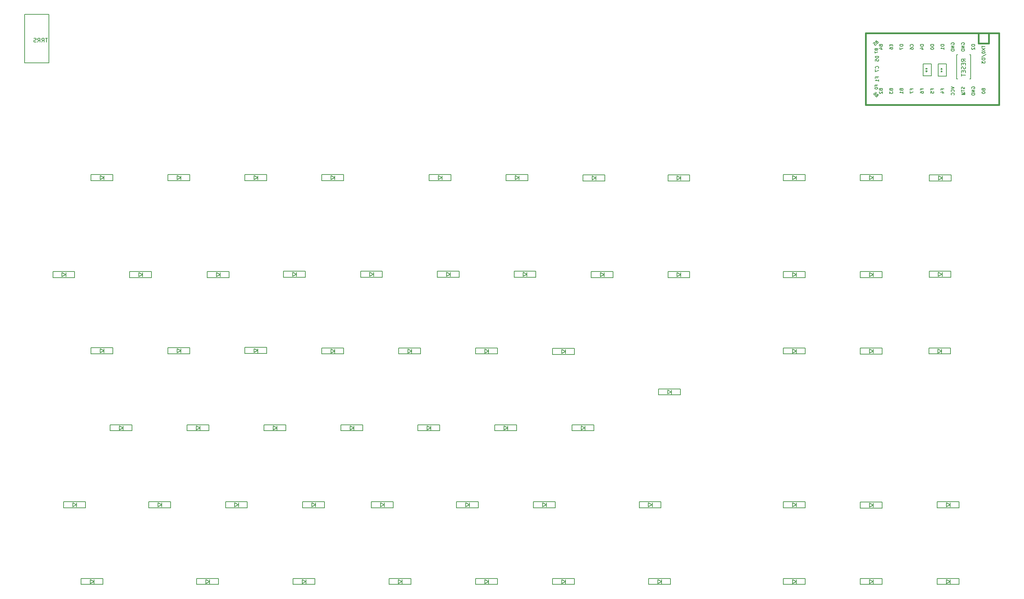
<source format=gbo>
G04 #@! TF.GenerationSoftware,KiCad,Pcbnew,(5.1.8)-1*
G04 #@! TF.CreationDate,2020-12-08T19:37:40+09:00*
G04 #@! TF.ProjectId,keyboard-layouter-playground,6b657962-6f61-4726-942d-6c61796f7574,rev?*
G04 #@! TF.SameCoordinates,Original*
G04 #@! TF.FileFunction,Legend,Bot*
G04 #@! TF.FilePolarity,Positive*
%FSLAX46Y46*%
G04 Gerber Fmt 4.6, Leading zero omitted, Abs format (unit mm)*
G04 Created by KiCad (PCBNEW (5.1.8)-1) date 2020-12-08 19:37:40*
%MOMM*%
%LPD*%
G01*
G04 APERTURE LIST*
%ADD10C,0.381000*%
%ADD11C,0.150000*%
G04 APERTURE END LIST*
D10*
X253700000Y-103150000D02*
X253700000Y-100610000D01*
X256240000Y-103150000D02*
X253700000Y-103150000D01*
D11*
G36*
X249950970Y-115544635D02*
G01*
X249850970Y-115544635D01*
X249850970Y-115644635D01*
X249950970Y-115644635D01*
X249950970Y-115544635D01*
G37*
X249950970Y-115544635D02*
X249850970Y-115544635D01*
X249850970Y-115644635D01*
X249950970Y-115644635D01*
X249950970Y-115544635D01*
G36*
X250350970Y-115744635D02*
G01*
X249550970Y-115744635D01*
X249550970Y-115844635D01*
X250350970Y-115844635D01*
X250350970Y-115744635D01*
G37*
X250350970Y-115744635D02*
X249550970Y-115744635D01*
X249550970Y-115844635D01*
X250350970Y-115844635D01*
X250350970Y-115744635D01*
G36*
X249750970Y-115344635D02*
G01*
X249550970Y-115344635D01*
X249550970Y-115444635D01*
X249750970Y-115444635D01*
X249750970Y-115344635D01*
G37*
X249750970Y-115344635D02*
X249550970Y-115344635D01*
X249550970Y-115444635D01*
X249750970Y-115444635D01*
X249750970Y-115344635D01*
G36*
X250350970Y-115344635D02*
G01*
X250050970Y-115344635D01*
X250050970Y-115444635D01*
X250350970Y-115444635D01*
X250350970Y-115344635D01*
G37*
X250350970Y-115344635D02*
X250050970Y-115344635D01*
X250050970Y-115444635D01*
X250350970Y-115444635D01*
X250350970Y-115344635D01*
G36*
X250350970Y-115344635D02*
G01*
X250250970Y-115344635D01*
X250250970Y-115844635D01*
X250350970Y-115844635D01*
X250350970Y-115344635D01*
G37*
X250350970Y-115344635D02*
X250250970Y-115344635D01*
X250250970Y-115844635D01*
X250350970Y-115844635D01*
X250350970Y-115344635D01*
D10*
X225760000Y-118390000D02*
X258780000Y-118390000D01*
X225760000Y-100610000D02*
X225760000Y-118390000D01*
X258780000Y-100610000D02*
X225760000Y-100610000D01*
X258780000Y-118390000D02*
X258780000Y-100610000D01*
X256240000Y-103150000D02*
X256240000Y-100610000D01*
D11*
X248500000Y-112000000D02*
X248250000Y-112000000D01*
X248250000Y-112000000D02*
X248250000Y-106000000D01*
X248250000Y-106000000D02*
X248500000Y-106000000D01*
X251500000Y-106000000D02*
X251750000Y-106000000D01*
X251750000Y-106000000D02*
X251750000Y-112000000D01*
X251750000Y-112000000D02*
X251500000Y-112000000D01*
X245750000Y-108290000D02*
X245750000Y-111290000D01*
X245750000Y-111290000D02*
X243750000Y-111290000D01*
X243750000Y-111290000D02*
X243750000Y-108290000D01*
X243750000Y-108290000D02*
X245750000Y-108290000D01*
X242000000Y-108250000D02*
X242000000Y-111250000D01*
X242000000Y-111250000D02*
X240000000Y-111250000D01*
X240000000Y-111250000D02*
X240000000Y-108250000D01*
X240000000Y-108250000D02*
X242000000Y-108250000D01*
X17500000Y-108000000D02*
X17500000Y-96000000D01*
X23500000Y-108000000D02*
X17500000Y-108000000D01*
X23500000Y-96000000D02*
X23500000Y-108000000D01*
X17500000Y-96000000D02*
X23500000Y-96000000D01*
X177602400Y-189574600D02*
X176702400Y-190074600D01*
X176702400Y-190074600D02*
X176702400Y-189074600D01*
X176702400Y-189074600D02*
X177602400Y-189574600D01*
X177646900Y-189089460D02*
X177646900Y-190089460D01*
X179833820Y-188811900D02*
X174433820Y-188811900D01*
X174433820Y-188811900D02*
X174433820Y-190311900D01*
X174433820Y-190311900D02*
X179833820Y-190311900D01*
X179833820Y-190311900D02*
X179833820Y-188811900D01*
X34652400Y-236574600D02*
X33752400Y-237074600D01*
X33752400Y-237074600D02*
X33752400Y-236074600D01*
X33752400Y-236074600D02*
X34652400Y-236574600D01*
X34696900Y-236089460D02*
X34696900Y-237089460D01*
X36883820Y-235811900D02*
X31483820Y-235811900D01*
X31483820Y-235811900D02*
X31483820Y-237311900D01*
X31483820Y-237311900D02*
X36883820Y-237311900D01*
X36883820Y-237311900D02*
X36883820Y-235811900D01*
X172852400Y-217574600D02*
X171952400Y-218074600D01*
X171952400Y-218074600D02*
X171952400Y-217074600D01*
X171952400Y-217074600D02*
X172852400Y-217574600D01*
X172896900Y-217089460D02*
X172896900Y-218089460D01*
X175083820Y-216811900D02*
X169683820Y-216811900D01*
X169683820Y-216811900D02*
X169683820Y-218311900D01*
X169683820Y-218311900D02*
X175083820Y-218311900D01*
X175083820Y-218311900D02*
X175083820Y-216811900D01*
X175202400Y-236574600D02*
X174302400Y-237074600D01*
X174302400Y-237074600D02*
X174302400Y-236074600D01*
X174302400Y-236074600D02*
X175202400Y-236574600D01*
X175246900Y-236089460D02*
X175246900Y-237089460D01*
X177433820Y-235811900D02*
X172033820Y-235811900D01*
X172033820Y-235811900D02*
X172033820Y-237311900D01*
X172033820Y-237311900D02*
X177433820Y-237311900D01*
X177433820Y-237311900D02*
X177433820Y-235811900D01*
X110902400Y-236574600D02*
X110002400Y-237074600D01*
X110002400Y-237074600D02*
X110002400Y-236074600D01*
X110002400Y-236074600D02*
X110902400Y-236574600D01*
X110946900Y-236089460D02*
X110946900Y-237089460D01*
X113133820Y-235811900D02*
X107733820Y-235811900D01*
X107733820Y-235811900D02*
X107733820Y-237311900D01*
X107733820Y-237311900D02*
X113133820Y-237311900D01*
X113133820Y-237311900D02*
X113133820Y-235811900D01*
X87102400Y-236574600D02*
X86202400Y-237074600D01*
X86202400Y-237074600D02*
X86202400Y-236074600D01*
X86202400Y-236074600D02*
X87102400Y-236574600D01*
X87146900Y-236089460D02*
X87146900Y-237089460D01*
X89333820Y-235811900D02*
X83933820Y-235811900D01*
X83933820Y-235811900D02*
X83933820Y-237311900D01*
X83933820Y-237311900D02*
X89333820Y-237311900D01*
X89333820Y-237311900D02*
X89333820Y-235811900D01*
X63252400Y-236574600D02*
X62352400Y-237074600D01*
X62352400Y-237074600D02*
X62352400Y-236074600D01*
X62352400Y-236074600D02*
X63252400Y-236574600D01*
X63296900Y-236089460D02*
X63296900Y-237089460D01*
X65483820Y-235811900D02*
X60083820Y-235811900D01*
X60083820Y-235811900D02*
X60083820Y-237311900D01*
X60083820Y-237311900D02*
X65483820Y-237311900D01*
X65483820Y-237311900D02*
X65483820Y-235811900D01*
X246652400Y-236574600D02*
X245752400Y-237074600D01*
X245752400Y-237074600D02*
X245752400Y-236074600D01*
X245752400Y-236074600D02*
X246652400Y-236574600D01*
X246696900Y-236089460D02*
X246696900Y-237089460D01*
X248883820Y-235811900D02*
X243483820Y-235811900D01*
X243483820Y-235811900D02*
X243483820Y-237311900D01*
X243483820Y-237311900D02*
X248883820Y-237311900D01*
X248883820Y-237311900D02*
X248883820Y-235811900D01*
X227552400Y-236574600D02*
X226652400Y-237074600D01*
X226652400Y-237074600D02*
X226652400Y-236074600D01*
X226652400Y-236074600D02*
X227552400Y-236574600D01*
X227596900Y-236089460D02*
X227596900Y-237089460D01*
X229783820Y-235811900D02*
X224383820Y-235811900D01*
X224383820Y-235811900D02*
X224383820Y-237311900D01*
X224383820Y-237311900D02*
X229783820Y-237311900D01*
X229783820Y-237311900D02*
X229783820Y-235811900D01*
X208552400Y-236574600D02*
X207652400Y-237074600D01*
X207652400Y-237074600D02*
X207652400Y-236074600D01*
X207652400Y-236074600D02*
X208552400Y-236574600D01*
X208596900Y-236089460D02*
X208596900Y-237089460D01*
X210783820Y-235811900D02*
X205383820Y-235811900D01*
X205383820Y-235811900D02*
X205383820Y-237311900D01*
X205383820Y-237311900D02*
X210783820Y-237311900D01*
X210783820Y-237311900D02*
X210783820Y-235811900D01*
X151402400Y-236574600D02*
X150502400Y-237074600D01*
X150502400Y-237074600D02*
X150502400Y-236074600D01*
X150502400Y-236074600D02*
X151402400Y-236574600D01*
X151446900Y-236089460D02*
X151446900Y-237089460D01*
X153633820Y-235811900D02*
X148233820Y-235811900D01*
X148233820Y-235811900D02*
X148233820Y-237311900D01*
X148233820Y-237311900D02*
X153633820Y-237311900D01*
X153633820Y-237311900D02*
X153633820Y-235811900D01*
X132352400Y-236574600D02*
X131452400Y-237074600D01*
X131452400Y-237074600D02*
X131452400Y-236074600D01*
X131452400Y-236074600D02*
X132352400Y-236574600D01*
X132396900Y-236089460D02*
X132396900Y-237089460D01*
X134583820Y-235811900D02*
X129183820Y-235811900D01*
X129183820Y-235811900D02*
X129183820Y-237311900D01*
X129183820Y-237311900D02*
X134583820Y-237311900D01*
X134583820Y-237311900D02*
X134583820Y-235811900D01*
X246652400Y-217574600D02*
X245752400Y-218074600D01*
X245752400Y-218074600D02*
X245752400Y-217074600D01*
X245752400Y-217074600D02*
X246652400Y-217574600D01*
X246696900Y-217089460D02*
X246696900Y-218089460D01*
X248883820Y-216811900D02*
X243483820Y-216811900D01*
X243483820Y-216811900D02*
X243483820Y-218311900D01*
X243483820Y-218311900D02*
X248883820Y-218311900D01*
X248883820Y-218311900D02*
X248883820Y-216811900D01*
X227602400Y-217624600D02*
X226702400Y-218124600D01*
X226702400Y-218124600D02*
X226702400Y-217124600D01*
X226702400Y-217124600D02*
X227602400Y-217624600D01*
X227646900Y-217139460D02*
X227646900Y-218139460D01*
X229833820Y-216861900D02*
X224433820Y-216861900D01*
X224433820Y-216861900D02*
X224433820Y-218361900D01*
X224433820Y-218361900D02*
X229833820Y-218361900D01*
X229833820Y-218361900D02*
X229833820Y-216861900D01*
X208552400Y-217574600D02*
X207652400Y-218074600D01*
X207652400Y-218074600D02*
X207652400Y-217074600D01*
X207652400Y-217074600D02*
X208552400Y-217574600D01*
X208596900Y-217089460D02*
X208596900Y-218089460D01*
X210783820Y-216811900D02*
X205383820Y-216811900D01*
X205383820Y-216811900D02*
X205383820Y-218311900D01*
X205383820Y-218311900D02*
X210783820Y-218311900D01*
X210783820Y-218311900D02*
X210783820Y-216811900D01*
X146652400Y-217574600D02*
X145752400Y-218074600D01*
X145752400Y-218074600D02*
X145752400Y-217074600D01*
X145752400Y-217074600D02*
X146652400Y-217574600D01*
X146696900Y-217089460D02*
X146696900Y-218089460D01*
X148883820Y-216811900D02*
X143483820Y-216811900D01*
X143483820Y-216811900D02*
X143483820Y-218311900D01*
X143483820Y-218311900D02*
X148883820Y-218311900D01*
X148883820Y-218311900D02*
X148883820Y-216811900D01*
X127602400Y-217574600D02*
X126702400Y-218074600D01*
X126702400Y-218074600D02*
X126702400Y-217074600D01*
X126702400Y-217074600D02*
X127602400Y-217574600D01*
X127646900Y-217089460D02*
X127646900Y-218089460D01*
X129833820Y-216811900D02*
X124433820Y-216811900D01*
X124433820Y-216811900D02*
X124433820Y-218311900D01*
X124433820Y-218311900D02*
X129833820Y-218311900D01*
X129833820Y-218311900D02*
X129833820Y-216811900D01*
X106502400Y-217574600D02*
X105602400Y-218074600D01*
X105602400Y-218074600D02*
X105602400Y-217074600D01*
X105602400Y-217074600D02*
X106502400Y-217574600D01*
X106546900Y-217089460D02*
X106546900Y-218089460D01*
X108733820Y-216811900D02*
X103333820Y-216811900D01*
X103333820Y-216811900D02*
X103333820Y-218311900D01*
X103333820Y-218311900D02*
X108733820Y-218311900D01*
X108733820Y-218311900D02*
X108733820Y-216811900D01*
X89502400Y-217574600D02*
X88602400Y-218074600D01*
X88602400Y-218074600D02*
X88602400Y-217074600D01*
X88602400Y-217074600D02*
X89502400Y-217574600D01*
X89546900Y-217089460D02*
X89546900Y-218089460D01*
X91733820Y-216811900D02*
X86333820Y-216811900D01*
X86333820Y-216811900D02*
X86333820Y-218311900D01*
X86333820Y-218311900D02*
X91733820Y-218311900D01*
X91733820Y-218311900D02*
X91733820Y-216811900D01*
X70402400Y-217574600D02*
X69502400Y-218074600D01*
X69502400Y-218074600D02*
X69502400Y-217074600D01*
X69502400Y-217074600D02*
X70402400Y-217574600D01*
X70446900Y-217089460D02*
X70446900Y-218089460D01*
X72633820Y-216811900D02*
X67233820Y-216811900D01*
X67233820Y-216811900D02*
X67233820Y-218311900D01*
X67233820Y-218311900D02*
X72633820Y-218311900D01*
X72633820Y-218311900D02*
X72633820Y-216811900D01*
X51402400Y-217574600D02*
X50502400Y-218074600D01*
X50502400Y-218074600D02*
X50502400Y-217074600D01*
X50502400Y-217074600D02*
X51402400Y-217574600D01*
X51446900Y-217089460D02*
X51446900Y-218089460D01*
X53633820Y-216811900D02*
X48233820Y-216811900D01*
X48233820Y-216811900D02*
X48233820Y-218311900D01*
X48233820Y-218311900D02*
X53633820Y-218311900D01*
X53633820Y-218311900D02*
X53633820Y-216811900D01*
X30302400Y-217574600D02*
X29402400Y-218074600D01*
X29402400Y-218074600D02*
X29402400Y-217074600D01*
X29402400Y-217074600D02*
X30302400Y-217574600D01*
X30346900Y-217089460D02*
X30346900Y-218089460D01*
X32533820Y-216811900D02*
X27133820Y-216811900D01*
X27133820Y-216811900D02*
X27133820Y-218311900D01*
X27133820Y-218311900D02*
X32533820Y-218311900D01*
X32533820Y-218311900D02*
X32533820Y-216811900D01*
X156202400Y-198474600D02*
X155302400Y-198974600D01*
X155302400Y-198974600D02*
X155302400Y-197974600D01*
X155302400Y-197974600D02*
X156202400Y-198474600D01*
X156246900Y-197989460D02*
X156246900Y-198989460D01*
X158433820Y-197711900D02*
X153033820Y-197711900D01*
X153033820Y-197711900D02*
X153033820Y-199211900D01*
X153033820Y-199211900D02*
X158433820Y-199211900D01*
X158433820Y-199211900D02*
X158433820Y-197711900D01*
X137102400Y-198474600D02*
X136202400Y-198974600D01*
X136202400Y-198974600D02*
X136202400Y-197974600D01*
X136202400Y-197974600D02*
X137102400Y-198474600D01*
X137146900Y-197989460D02*
X137146900Y-198989460D01*
X139333820Y-197711900D02*
X133933820Y-197711900D01*
X133933820Y-197711900D02*
X133933820Y-199211900D01*
X133933820Y-199211900D02*
X139333820Y-199211900D01*
X139333820Y-199211900D02*
X139333820Y-197711900D01*
X118052400Y-198474600D02*
X117152400Y-198974600D01*
X117152400Y-198974600D02*
X117152400Y-197974600D01*
X117152400Y-197974600D02*
X118052400Y-198474600D01*
X118096900Y-197989460D02*
X118096900Y-198989460D01*
X120283820Y-197711900D02*
X114883820Y-197711900D01*
X114883820Y-197711900D02*
X114883820Y-199211900D01*
X114883820Y-199211900D02*
X120283820Y-199211900D01*
X120283820Y-199211900D02*
X120283820Y-197711900D01*
X99002400Y-198474600D02*
X98102400Y-198974600D01*
X98102400Y-198974600D02*
X98102400Y-197974600D01*
X98102400Y-197974600D02*
X99002400Y-198474600D01*
X99046900Y-197989460D02*
X99046900Y-198989460D01*
X101233820Y-197711900D02*
X95833820Y-197711900D01*
X95833820Y-197711900D02*
X95833820Y-199211900D01*
X95833820Y-199211900D02*
X101233820Y-199211900D01*
X101233820Y-199211900D02*
X101233820Y-197711900D01*
X79952400Y-198474600D02*
X79052400Y-198974600D01*
X79052400Y-198974600D02*
X79052400Y-197974600D01*
X79052400Y-197974600D02*
X79952400Y-198474600D01*
X79996900Y-197989460D02*
X79996900Y-198989460D01*
X82183820Y-197711900D02*
X76783820Y-197711900D01*
X76783820Y-197711900D02*
X76783820Y-199211900D01*
X76783820Y-199211900D02*
X82183820Y-199211900D01*
X82183820Y-199211900D02*
X82183820Y-197711900D01*
X60902400Y-198474600D02*
X60002400Y-198974600D01*
X60002400Y-198974600D02*
X60002400Y-197974600D01*
X60002400Y-197974600D02*
X60902400Y-198474600D01*
X60946900Y-197989460D02*
X60946900Y-198989460D01*
X63133820Y-197711900D02*
X57733820Y-197711900D01*
X57733820Y-197711900D02*
X57733820Y-199211900D01*
X57733820Y-199211900D02*
X63133820Y-199211900D01*
X63133820Y-199211900D02*
X63133820Y-197711900D01*
X41852400Y-198474600D02*
X40952400Y-198974600D01*
X40952400Y-198974600D02*
X40952400Y-197974600D01*
X40952400Y-197974600D02*
X41852400Y-198474600D01*
X41896900Y-197989460D02*
X41896900Y-198989460D01*
X44083820Y-197711900D02*
X38683820Y-197711900D01*
X38683820Y-197711900D02*
X38683820Y-199211900D01*
X38683820Y-199211900D02*
X44083820Y-199211900D01*
X44083820Y-199211900D02*
X44083820Y-197711900D01*
X244552400Y-179424600D02*
X243652400Y-179924600D01*
X243652400Y-179924600D02*
X243652400Y-178924600D01*
X243652400Y-178924600D02*
X244552400Y-179424600D01*
X244596900Y-178939460D02*
X244596900Y-179939460D01*
X246783820Y-178661900D02*
X241383820Y-178661900D01*
X241383820Y-178661900D02*
X241383820Y-180161900D01*
X241383820Y-180161900D02*
X246783820Y-180161900D01*
X246783820Y-180161900D02*
X246783820Y-178661900D01*
X227602400Y-179474600D02*
X226702400Y-179974600D01*
X226702400Y-179974600D02*
X226702400Y-178974600D01*
X226702400Y-178974600D02*
X227602400Y-179474600D01*
X227646900Y-178989460D02*
X227646900Y-179989460D01*
X229833820Y-178711900D02*
X224433820Y-178711900D01*
X224433820Y-178711900D02*
X224433820Y-180211900D01*
X224433820Y-180211900D02*
X229833820Y-180211900D01*
X229833820Y-180211900D02*
X229833820Y-178711900D01*
X208552400Y-179424600D02*
X207652400Y-179924600D01*
X207652400Y-179924600D02*
X207652400Y-178924600D01*
X207652400Y-178924600D02*
X208552400Y-179424600D01*
X208596900Y-178939460D02*
X208596900Y-179939460D01*
X210783820Y-178661900D02*
X205383820Y-178661900D01*
X205383820Y-178661900D02*
X205383820Y-180161900D01*
X205383820Y-180161900D02*
X210783820Y-180161900D01*
X210783820Y-180161900D02*
X210783820Y-178661900D01*
X151402400Y-179524600D02*
X150502400Y-180024600D01*
X150502400Y-180024600D02*
X150502400Y-179024600D01*
X150502400Y-179024600D02*
X151402400Y-179524600D01*
X151446900Y-179039460D02*
X151446900Y-180039460D01*
X153633820Y-178761900D02*
X148233820Y-178761900D01*
X148233820Y-178761900D02*
X148233820Y-180261900D01*
X148233820Y-180261900D02*
X153633820Y-180261900D01*
X153633820Y-180261900D02*
X153633820Y-178761900D01*
X132352400Y-179424600D02*
X131452400Y-179924600D01*
X131452400Y-179924600D02*
X131452400Y-178924600D01*
X131452400Y-178924600D02*
X132352400Y-179424600D01*
X132396900Y-178939460D02*
X132396900Y-179939460D01*
X134583820Y-178661900D02*
X129183820Y-178661900D01*
X129183820Y-178661900D02*
X129183820Y-180161900D01*
X129183820Y-180161900D02*
X134583820Y-180161900D01*
X134583820Y-180161900D02*
X134583820Y-178661900D01*
X113302400Y-179424600D02*
X112402400Y-179924600D01*
X112402400Y-179924600D02*
X112402400Y-178924600D01*
X112402400Y-178924600D02*
X113302400Y-179424600D01*
X113346900Y-178939460D02*
X113346900Y-179939460D01*
X115533820Y-178661900D02*
X110133820Y-178661900D01*
X110133820Y-178661900D02*
X110133820Y-180161900D01*
X110133820Y-180161900D02*
X115533820Y-180161900D01*
X115533820Y-180161900D02*
X115533820Y-178661900D01*
X94252400Y-179424600D02*
X93352400Y-179924600D01*
X93352400Y-179924600D02*
X93352400Y-178924600D01*
X93352400Y-178924600D02*
X94252400Y-179424600D01*
X94296900Y-178939460D02*
X94296900Y-179939460D01*
X96483820Y-178661900D02*
X91083820Y-178661900D01*
X91083820Y-178661900D02*
X91083820Y-180161900D01*
X91083820Y-180161900D02*
X96483820Y-180161900D01*
X96483820Y-180161900D02*
X96483820Y-178661900D01*
X75202400Y-179324600D02*
X74302400Y-179824600D01*
X74302400Y-179824600D02*
X74302400Y-178824600D01*
X74302400Y-178824600D02*
X75202400Y-179324600D01*
X75246900Y-178839460D02*
X75246900Y-179839460D01*
X77433820Y-178561900D02*
X72033820Y-178561900D01*
X72033820Y-178561900D02*
X72033820Y-180061900D01*
X72033820Y-180061900D02*
X77433820Y-180061900D01*
X77433820Y-180061900D02*
X77433820Y-178561900D01*
X56152400Y-179374600D02*
X55252400Y-179874600D01*
X55252400Y-179874600D02*
X55252400Y-178874600D01*
X55252400Y-178874600D02*
X56152400Y-179374600D01*
X56196900Y-178889460D02*
X56196900Y-179889460D01*
X58383820Y-178611900D02*
X52983820Y-178611900D01*
X52983820Y-178611900D02*
X52983820Y-180111900D01*
X52983820Y-180111900D02*
X58383820Y-180111900D01*
X58383820Y-180111900D02*
X58383820Y-178611900D01*
X37102400Y-179374600D02*
X36202400Y-179874600D01*
X36202400Y-179874600D02*
X36202400Y-178874600D01*
X36202400Y-178874600D02*
X37102400Y-179374600D01*
X37146900Y-178889460D02*
X37146900Y-179889460D01*
X39333820Y-178611900D02*
X33933820Y-178611900D01*
X33933820Y-178611900D02*
X33933820Y-180111900D01*
X33933820Y-180111900D02*
X39333820Y-180111900D01*
X39333820Y-180111900D02*
X39333820Y-178611900D01*
X244652400Y-160424600D02*
X243752400Y-160924600D01*
X243752400Y-160924600D02*
X243752400Y-159924600D01*
X243752400Y-159924600D02*
X244652400Y-160424600D01*
X244696900Y-159939460D02*
X244696900Y-160939460D01*
X246883820Y-159661900D02*
X241483820Y-159661900D01*
X241483820Y-159661900D02*
X241483820Y-161161900D01*
X241483820Y-161161900D02*
X246883820Y-161161900D01*
X246883820Y-161161900D02*
X246883820Y-159661900D01*
X227602400Y-160474600D02*
X226702400Y-160974600D01*
X226702400Y-160974600D02*
X226702400Y-159974600D01*
X226702400Y-159974600D02*
X227602400Y-160474600D01*
X227646900Y-159989460D02*
X227646900Y-160989460D01*
X229833820Y-159711900D02*
X224433820Y-159711900D01*
X224433820Y-159711900D02*
X224433820Y-161211900D01*
X224433820Y-161211900D02*
X229833820Y-161211900D01*
X229833820Y-161211900D02*
X229833820Y-159711900D01*
X208552400Y-160474600D02*
X207652400Y-160974600D01*
X207652400Y-160974600D02*
X207652400Y-159974600D01*
X207652400Y-159974600D02*
X208552400Y-160474600D01*
X208596900Y-159989460D02*
X208596900Y-160989460D01*
X210783820Y-159711900D02*
X205383820Y-159711900D01*
X205383820Y-159711900D02*
X205383820Y-161211900D01*
X205383820Y-161211900D02*
X210783820Y-161211900D01*
X210783820Y-161211900D02*
X210783820Y-159711900D01*
X179952400Y-160474600D02*
X179052400Y-160974600D01*
X179052400Y-160974600D02*
X179052400Y-159974600D01*
X179052400Y-159974600D02*
X179952400Y-160474600D01*
X179996900Y-159989460D02*
X179996900Y-160989460D01*
X182183820Y-159711900D02*
X176783820Y-159711900D01*
X176783820Y-159711900D02*
X176783820Y-161211900D01*
X176783820Y-161211900D02*
X182183820Y-161211900D01*
X182183820Y-161211900D02*
X182183820Y-159711900D01*
X160952400Y-160474600D02*
X160052400Y-160974600D01*
X160052400Y-160974600D02*
X160052400Y-159974600D01*
X160052400Y-159974600D02*
X160952400Y-160474600D01*
X160996900Y-159989460D02*
X160996900Y-160989460D01*
X163183820Y-159711900D02*
X157783820Y-159711900D01*
X157783820Y-159711900D02*
X157783820Y-161211900D01*
X157783820Y-161211900D02*
X163183820Y-161211900D01*
X163183820Y-161211900D02*
X163183820Y-159711900D01*
X141852400Y-160424600D02*
X140952400Y-160924600D01*
X140952400Y-160924600D02*
X140952400Y-159924600D01*
X140952400Y-159924600D02*
X141852400Y-160424600D01*
X141896900Y-159939460D02*
X141896900Y-160939460D01*
X144083820Y-159661900D02*
X138683820Y-159661900D01*
X138683820Y-159661900D02*
X138683820Y-161161900D01*
X138683820Y-161161900D02*
X144083820Y-161161900D01*
X144083820Y-161161900D02*
X144083820Y-159661900D01*
X122852400Y-160424600D02*
X121952400Y-160924600D01*
X121952400Y-160924600D02*
X121952400Y-159924600D01*
X121952400Y-159924600D02*
X122852400Y-160424600D01*
X122896900Y-159939460D02*
X122896900Y-160939460D01*
X125083820Y-159661900D02*
X119683820Y-159661900D01*
X119683820Y-159661900D02*
X119683820Y-161161900D01*
X119683820Y-161161900D02*
X125083820Y-161161900D01*
X125083820Y-161161900D02*
X125083820Y-159661900D01*
X103852400Y-160424600D02*
X102952400Y-160924600D01*
X102952400Y-160924600D02*
X102952400Y-159924600D01*
X102952400Y-159924600D02*
X103852400Y-160424600D01*
X103896900Y-159939460D02*
X103896900Y-160939460D01*
X106083820Y-159661900D02*
X100683820Y-159661900D01*
X100683820Y-159661900D02*
X100683820Y-161161900D01*
X100683820Y-161161900D02*
X106083820Y-161161900D01*
X106083820Y-161161900D02*
X106083820Y-159661900D01*
X84752400Y-160424600D02*
X83852400Y-160924600D01*
X83852400Y-160924600D02*
X83852400Y-159924600D01*
X83852400Y-159924600D02*
X84752400Y-160424600D01*
X84796900Y-159939460D02*
X84796900Y-160939460D01*
X86983820Y-159661900D02*
X81583820Y-159661900D01*
X81583820Y-159661900D02*
X81583820Y-161161900D01*
X81583820Y-161161900D02*
X86983820Y-161161900D01*
X86983820Y-161161900D02*
X86983820Y-159661900D01*
X65902400Y-160474600D02*
X65002400Y-160974600D01*
X65002400Y-160974600D02*
X65002400Y-159974600D01*
X65002400Y-159974600D02*
X65902400Y-160474600D01*
X65946900Y-159989460D02*
X65946900Y-160989460D01*
X68133820Y-159711900D02*
X62733820Y-159711900D01*
X62733820Y-159711900D02*
X62733820Y-161211900D01*
X62733820Y-161211900D02*
X68133820Y-161211900D01*
X68133820Y-161211900D02*
X68133820Y-159711900D01*
X46652400Y-160474600D02*
X45752400Y-160974600D01*
X45752400Y-160974600D02*
X45752400Y-159974600D01*
X45752400Y-159974600D02*
X46652400Y-160474600D01*
X46696900Y-159989460D02*
X46696900Y-160989460D01*
X48883820Y-159711900D02*
X43483820Y-159711900D01*
X43483820Y-159711900D02*
X43483820Y-161211900D01*
X43483820Y-161211900D02*
X48883820Y-161211900D01*
X48883820Y-161211900D02*
X48883820Y-159711900D01*
X27652400Y-160474600D02*
X26752400Y-160974600D01*
X26752400Y-160974600D02*
X26752400Y-159974600D01*
X26752400Y-159974600D02*
X27652400Y-160474600D01*
X27696900Y-159989460D02*
X27696900Y-160989460D01*
X29883820Y-159711900D02*
X24483820Y-159711900D01*
X24483820Y-159711900D02*
X24483820Y-161211900D01*
X24483820Y-161211900D02*
X29883820Y-161211900D01*
X29883820Y-161211900D02*
X29883820Y-159711900D01*
X246933820Y-137261900D02*
X246933820Y-135761900D01*
X241533820Y-137261900D02*
X246933820Y-137261900D01*
X241533820Y-135761900D02*
X241533820Y-137261900D01*
X246933820Y-135761900D02*
X241533820Y-135761900D01*
X244746900Y-136039460D02*
X244746900Y-137039460D01*
X243802400Y-136024600D02*
X244702400Y-136524600D01*
X243802400Y-137024600D02*
X243802400Y-136024600D01*
X244702400Y-136524600D02*
X243802400Y-137024600D01*
X229783820Y-137211900D02*
X229783820Y-135711900D01*
X224383820Y-137211900D02*
X229783820Y-137211900D01*
X224383820Y-135711900D02*
X224383820Y-137211900D01*
X229783820Y-135711900D02*
X224383820Y-135711900D01*
X227596900Y-135989460D02*
X227596900Y-136989460D01*
X226652400Y-135974600D02*
X227552400Y-136474600D01*
X226652400Y-136974600D02*
X226652400Y-135974600D01*
X227552400Y-136474600D02*
X226652400Y-136974600D01*
X210783820Y-137211900D02*
X210783820Y-135711900D01*
X205383820Y-137211900D02*
X210783820Y-137211900D01*
X205383820Y-135711900D02*
X205383820Y-137211900D01*
X210783820Y-135711900D02*
X205383820Y-135711900D01*
X208596900Y-135989460D02*
X208596900Y-136989460D01*
X207652400Y-135974600D02*
X208552400Y-136474600D01*
X207652400Y-136974600D02*
X207652400Y-135974600D01*
X208552400Y-136474600D02*
X207652400Y-136974600D01*
X182183820Y-137261900D02*
X182183820Y-135761900D01*
X176783820Y-137261900D02*
X182183820Y-137261900D01*
X176783820Y-135761900D02*
X176783820Y-137261900D01*
X182183820Y-135761900D02*
X176783820Y-135761900D01*
X179996900Y-136039460D02*
X179996900Y-137039460D01*
X179052400Y-136024600D02*
X179952400Y-136524600D01*
X179052400Y-137024600D02*
X179052400Y-136024600D01*
X179952400Y-136524600D02*
X179052400Y-137024600D01*
X161133820Y-137261900D02*
X161133820Y-135761900D01*
X155733820Y-137261900D02*
X161133820Y-137261900D01*
X155733820Y-135761900D02*
X155733820Y-137261900D01*
X161133820Y-135761900D02*
X155733820Y-135761900D01*
X158946900Y-136039460D02*
X158946900Y-137039460D01*
X158002400Y-136024600D02*
X158902400Y-136524600D01*
X158002400Y-137024600D02*
X158002400Y-136024600D01*
X158902400Y-136524600D02*
X158002400Y-137024600D01*
X142083820Y-137211900D02*
X142083820Y-135711900D01*
X136683820Y-137211900D02*
X142083820Y-137211900D01*
X136683820Y-135711900D02*
X136683820Y-137211900D01*
X142083820Y-135711900D02*
X136683820Y-135711900D01*
X139896900Y-135989460D02*
X139896900Y-136989460D01*
X138952400Y-135974600D02*
X139852400Y-136474600D01*
X138952400Y-136974600D02*
X138952400Y-135974600D01*
X139852400Y-136474600D02*
X138952400Y-136974600D01*
X123033820Y-137211900D02*
X123033820Y-135711900D01*
X117633820Y-137211900D02*
X123033820Y-137211900D01*
X117633820Y-135711900D02*
X117633820Y-137211900D01*
X123033820Y-135711900D02*
X117633820Y-135711900D01*
X120846900Y-135989460D02*
X120846900Y-136989460D01*
X119902400Y-135974600D02*
X120802400Y-136474600D01*
X119902400Y-136974600D02*
X119902400Y-135974600D01*
X120802400Y-136474600D02*
X119902400Y-136974600D01*
X96483820Y-137211900D02*
X96483820Y-135711900D01*
X91083820Y-137211900D02*
X96483820Y-137211900D01*
X91083820Y-135711900D02*
X91083820Y-137211900D01*
X96483820Y-135711900D02*
X91083820Y-135711900D01*
X94296900Y-135989460D02*
X94296900Y-136989460D01*
X93352400Y-135974600D02*
X94252400Y-136474600D01*
X93352400Y-136974600D02*
X93352400Y-135974600D01*
X94252400Y-136474600D02*
X93352400Y-136974600D01*
X77433820Y-137211900D02*
X77433820Y-135711900D01*
X72033820Y-137211900D02*
X77433820Y-137211900D01*
X72033820Y-135711900D02*
X72033820Y-137211900D01*
X77433820Y-135711900D02*
X72033820Y-135711900D01*
X75246900Y-135989460D02*
X75246900Y-136989460D01*
X74302400Y-135974600D02*
X75202400Y-136474600D01*
X74302400Y-136974600D02*
X74302400Y-135974600D01*
X75202400Y-136474600D02*
X74302400Y-136974600D01*
X58383820Y-137211900D02*
X58383820Y-135711900D01*
X52983820Y-137211900D02*
X58383820Y-137211900D01*
X52983820Y-135711900D02*
X52983820Y-137211900D01*
X58383820Y-135711900D02*
X52983820Y-135711900D01*
X56196900Y-135989460D02*
X56196900Y-136989460D01*
X55252400Y-135974600D02*
X56152400Y-136474600D01*
X55252400Y-136974600D02*
X55252400Y-135974600D01*
X56152400Y-136474600D02*
X55252400Y-136974600D01*
X39333820Y-137211900D02*
X39333820Y-135711900D01*
X33933820Y-137211900D02*
X39333820Y-137211900D01*
X33933820Y-135711900D02*
X33933820Y-137211900D01*
X39333820Y-135711900D02*
X33933820Y-135711900D01*
X37146900Y-135989460D02*
X37146900Y-136989460D01*
X36202400Y-135974600D02*
X37102400Y-136474600D01*
X36202400Y-136974600D02*
X36202400Y-135974600D01*
X37102400Y-136474600D02*
X36202400Y-136974600D01*
X228961904Y-106369523D02*
X228161904Y-106369523D01*
X228161904Y-106560000D01*
X228200000Y-106674285D01*
X228276190Y-106750476D01*
X228352380Y-106788571D01*
X228504761Y-106826666D01*
X228619047Y-106826666D01*
X228771428Y-106788571D01*
X228847619Y-106750476D01*
X228923809Y-106674285D01*
X228961904Y-106560000D01*
X228961904Y-106369523D01*
X228161904Y-107550476D02*
X228161904Y-107169523D01*
X228542857Y-107131428D01*
X228504761Y-107169523D01*
X228466666Y-107245714D01*
X228466666Y-107436190D01*
X228504761Y-107512380D01*
X228542857Y-107550476D01*
X228619047Y-107588571D01*
X228809523Y-107588571D01*
X228885714Y-107550476D01*
X228923809Y-107512380D01*
X228961904Y-107436190D01*
X228961904Y-107245714D01*
X228923809Y-107169523D01*
X228885714Y-107131428D01*
X228542857Y-111773333D02*
X228542857Y-111506666D01*
X228961904Y-111506666D02*
X228161904Y-111506666D01*
X228161904Y-111887619D01*
X228961904Y-112611428D02*
X228961904Y-112154285D01*
X228961904Y-112382857D02*
X228161904Y-112382857D01*
X228276190Y-112306666D01*
X228352380Y-112230476D01*
X228390476Y-112154285D01*
X228885714Y-109366666D02*
X228923809Y-109328571D01*
X228961904Y-109214285D01*
X228961904Y-109138095D01*
X228923809Y-109023809D01*
X228847619Y-108947619D01*
X228771428Y-108909523D01*
X228619047Y-108871428D01*
X228504761Y-108871428D01*
X228352380Y-108909523D01*
X228276190Y-108947619D01*
X228200000Y-109023809D01*
X228161904Y-109138095D01*
X228161904Y-109214285D01*
X228200000Y-109328571D01*
X228238095Y-109366666D01*
X228161904Y-109633333D02*
X228161904Y-110166666D01*
X228961904Y-109823809D01*
X228535702Y-116064991D02*
X228441421Y-116017851D01*
X228394280Y-116017851D01*
X228323570Y-116041421D01*
X228252859Y-116112132D01*
X228229289Y-116182842D01*
X228229289Y-116229983D01*
X228252859Y-116300693D01*
X228441421Y-116489255D01*
X228936396Y-115994280D01*
X228771404Y-115829289D01*
X228700693Y-115805719D01*
X228653553Y-115805719D01*
X228582842Y-115829289D01*
X228535702Y-115876429D01*
X228512132Y-115947140D01*
X228512132Y-115994280D01*
X228535702Y-116064991D01*
X228700693Y-116229983D01*
X228229289Y-115287174D02*
X228323570Y-115381455D01*
X228347140Y-115452165D01*
X228347140Y-115499306D01*
X228323570Y-115617157D01*
X228252859Y-115735008D01*
X228064297Y-115923570D01*
X227993587Y-115947140D01*
X227946446Y-115947140D01*
X227875735Y-115923570D01*
X227781455Y-115829289D01*
X227757884Y-115758578D01*
X227757884Y-115711438D01*
X227781455Y-115640727D01*
X227899306Y-115522876D01*
X227970016Y-115499306D01*
X228017157Y-115499306D01*
X228087867Y-115522876D01*
X228182148Y-115617157D01*
X228205719Y-115687867D01*
X228205719Y-115735008D01*
X228182148Y-115805719D01*
X228350000Y-113766666D02*
X228350000Y-113533333D01*
X228716666Y-113533333D02*
X228016666Y-113533333D01*
X228016666Y-113866666D01*
X228016666Y-114266666D02*
X228016666Y-114333333D01*
X228050000Y-114400000D01*
X228083333Y-114433333D01*
X228150000Y-114466666D01*
X228283333Y-114500000D01*
X228450000Y-114500000D01*
X228583333Y-114466666D01*
X228650000Y-114433333D01*
X228683333Y-114400000D01*
X228716666Y-114333333D01*
X228716666Y-114266666D01*
X228683333Y-114200000D01*
X228650000Y-114166666D01*
X228583333Y-114133333D01*
X228450000Y-114100000D01*
X228283333Y-114100000D01*
X228150000Y-114133333D01*
X228083333Y-114166666D01*
X228050000Y-114200000D01*
X228016666Y-114266666D01*
X228350000Y-104716666D02*
X228383333Y-104816666D01*
X228416666Y-104850000D01*
X228483333Y-104883333D01*
X228583333Y-104883333D01*
X228650000Y-104850000D01*
X228683333Y-104816666D01*
X228716666Y-104750000D01*
X228716666Y-104483333D01*
X228016666Y-104483333D01*
X228016666Y-104716666D01*
X228050000Y-104783333D01*
X228083333Y-104816666D01*
X228150000Y-104850000D01*
X228216666Y-104850000D01*
X228283333Y-104816666D01*
X228316666Y-104783333D01*
X228350000Y-104716666D01*
X228350000Y-104483333D01*
X228016666Y-105116666D02*
X228016666Y-105583333D01*
X228716666Y-105283333D01*
X250233809Y-114006666D02*
X250271904Y-114120952D01*
X250271904Y-114311428D01*
X250233809Y-114387619D01*
X250195714Y-114425714D01*
X250119523Y-114463809D01*
X250043333Y-114463809D01*
X249967142Y-114425714D01*
X249929047Y-114387619D01*
X249890952Y-114311428D01*
X249852857Y-114159047D01*
X249814761Y-114082857D01*
X249776666Y-114044761D01*
X249700476Y-114006666D01*
X249624285Y-114006666D01*
X249548095Y-114044761D01*
X249510000Y-114082857D01*
X249471904Y-114159047D01*
X249471904Y-114349523D01*
X249510000Y-114463809D01*
X249471904Y-114692380D02*
X249471904Y-115149523D01*
X250271904Y-114920952D02*
X249471904Y-114920952D01*
X254531904Y-103737651D02*
X254531904Y-104194794D01*
X255331904Y-103966223D02*
X254531904Y-103966223D01*
X254531904Y-104385270D02*
X255331904Y-104918604D01*
X254531904Y-104918604D02*
X255331904Y-104385270D01*
X254531904Y-105375747D02*
X254531904Y-105451937D01*
X254570000Y-105528128D01*
X254608095Y-105566223D01*
X254684285Y-105604318D01*
X254836666Y-105642413D01*
X255027142Y-105642413D01*
X255179523Y-105604318D01*
X255255714Y-105566223D01*
X255293809Y-105528128D01*
X255331904Y-105451937D01*
X255331904Y-105375747D01*
X255293809Y-105299556D01*
X255255714Y-105261461D01*
X255179523Y-105223366D01*
X255027142Y-105185270D01*
X254836666Y-105185270D01*
X254684285Y-105223366D01*
X254608095Y-105261461D01*
X254570000Y-105299556D01*
X254531904Y-105375747D01*
X254493809Y-106556699D02*
X255522380Y-105870985D01*
X255331904Y-106823366D02*
X254531904Y-106823366D01*
X254531904Y-107013842D01*
X254570000Y-107128128D01*
X254646190Y-107204318D01*
X254722380Y-107242413D01*
X254874761Y-107280508D01*
X254989047Y-107280508D01*
X255141428Y-107242413D01*
X255217619Y-107204318D01*
X255293809Y-107128128D01*
X255331904Y-107013842D01*
X255331904Y-106823366D01*
X254531904Y-107547175D02*
X254531904Y-108042413D01*
X254836666Y-107775747D01*
X254836666Y-107890032D01*
X254874761Y-107966223D01*
X254912857Y-108004318D01*
X254989047Y-108042413D01*
X255179523Y-108042413D01*
X255255714Y-108004318D01*
X255293809Y-107966223D01*
X255331904Y-107890032D01*
X255331904Y-107661461D01*
X255293809Y-107585270D01*
X255255714Y-107547175D01*
X229512857Y-114637190D02*
X229550952Y-114751476D01*
X229589047Y-114789571D01*
X229665238Y-114827666D01*
X229779523Y-114827666D01*
X229855714Y-114789571D01*
X229893809Y-114751476D01*
X229931904Y-114675285D01*
X229931904Y-114370523D01*
X229131904Y-114370523D01*
X229131904Y-114637190D01*
X229170000Y-114713380D01*
X229208095Y-114751476D01*
X229284285Y-114789571D01*
X229360476Y-114789571D01*
X229436666Y-114751476D01*
X229474761Y-114713380D01*
X229512857Y-114637190D01*
X229512857Y-114370523D01*
X229208095Y-115132428D02*
X229170000Y-115170523D01*
X229131904Y-115246714D01*
X229131904Y-115437190D01*
X229170000Y-115513380D01*
X229208095Y-115551476D01*
X229284285Y-115589571D01*
X229360476Y-115589571D01*
X229474761Y-115551476D01*
X229931904Y-115094333D01*
X229931904Y-115589571D01*
X237132857Y-114694333D02*
X237132857Y-114427666D01*
X237551904Y-114427666D02*
X236751904Y-114427666D01*
X236751904Y-114808619D01*
X236751904Y-115037190D02*
X236751904Y-115570523D01*
X237551904Y-115227666D01*
X239672857Y-114694333D02*
X239672857Y-114427666D01*
X240091904Y-114427666D02*
X239291904Y-114427666D01*
X239291904Y-114808619D01*
X239291904Y-115456238D02*
X239291904Y-115303857D01*
X239330000Y-115227666D01*
X239368095Y-115189571D01*
X239482380Y-115113380D01*
X239634761Y-115075285D01*
X239939523Y-115075285D01*
X240015714Y-115113380D01*
X240053809Y-115151476D01*
X240091904Y-115227666D01*
X240091904Y-115380047D01*
X240053809Y-115456238D01*
X240015714Y-115494333D01*
X239939523Y-115532428D01*
X239749047Y-115532428D01*
X239672857Y-115494333D01*
X239634761Y-115456238D01*
X239596666Y-115380047D01*
X239596666Y-115227666D01*
X239634761Y-115151476D01*
X239672857Y-115113380D01*
X239749047Y-115075285D01*
X242212857Y-114694333D02*
X242212857Y-114427666D01*
X242631904Y-114427666D02*
X241831904Y-114427666D01*
X241831904Y-114808619D01*
X241831904Y-115494333D02*
X241831904Y-115113380D01*
X242212857Y-115075285D01*
X242174761Y-115113380D01*
X242136666Y-115189571D01*
X242136666Y-115380047D01*
X242174761Y-115456238D01*
X242212857Y-115494333D01*
X242289047Y-115532428D01*
X242479523Y-115532428D01*
X242555714Y-115494333D01*
X242593809Y-115456238D01*
X242631904Y-115380047D01*
X242631904Y-115189571D01*
X242593809Y-115113380D01*
X242555714Y-115075285D01*
X254912857Y-114637190D02*
X254950952Y-114751476D01*
X254989047Y-114789571D01*
X255065238Y-114827666D01*
X255179523Y-114827666D01*
X255255714Y-114789571D01*
X255293809Y-114751476D01*
X255331904Y-114675285D01*
X255331904Y-114370523D01*
X254531904Y-114370523D01*
X254531904Y-114637190D01*
X254570000Y-114713380D01*
X254608095Y-114751476D01*
X254684285Y-114789571D01*
X254760476Y-114789571D01*
X254836666Y-114751476D01*
X254874761Y-114713380D01*
X254912857Y-114637190D01*
X254912857Y-114370523D01*
X254531904Y-115322904D02*
X254531904Y-115399095D01*
X254570000Y-115475285D01*
X254608095Y-115513380D01*
X254684285Y-115551476D01*
X254836666Y-115589571D01*
X255027142Y-115589571D01*
X255179523Y-115551476D01*
X255255714Y-115513380D01*
X255293809Y-115475285D01*
X255331904Y-115399095D01*
X255331904Y-115322904D01*
X255293809Y-115246714D01*
X255255714Y-115208619D01*
X255179523Y-115170523D01*
X255027142Y-115132428D01*
X254836666Y-115132428D01*
X254684285Y-115170523D01*
X254608095Y-115208619D01*
X254570000Y-115246714D01*
X254531904Y-115322904D01*
X252030000Y-114351476D02*
X251991904Y-114275285D01*
X251991904Y-114161000D01*
X252030000Y-114046714D01*
X252106190Y-113970523D01*
X252182380Y-113932428D01*
X252334761Y-113894333D01*
X252449047Y-113894333D01*
X252601428Y-113932428D01*
X252677619Y-113970523D01*
X252753809Y-114046714D01*
X252791904Y-114161000D01*
X252791904Y-114237190D01*
X252753809Y-114351476D01*
X252715714Y-114389571D01*
X252449047Y-114389571D01*
X252449047Y-114237190D01*
X252791904Y-114732428D02*
X251991904Y-114732428D01*
X252791904Y-115189571D01*
X251991904Y-115189571D01*
X252791904Y-115570523D02*
X251991904Y-115570523D01*
X251991904Y-115761000D01*
X252030000Y-115875285D01*
X252106190Y-115951476D01*
X252182380Y-115989571D01*
X252334761Y-116027666D01*
X252449047Y-116027666D01*
X252601428Y-115989571D01*
X252677619Y-115951476D01*
X252753809Y-115875285D01*
X252791904Y-115761000D01*
X252791904Y-115570523D01*
X246911904Y-113894333D02*
X247711904Y-114161000D01*
X246911904Y-114427666D01*
X247635714Y-115151476D02*
X247673809Y-115113380D01*
X247711904Y-114999095D01*
X247711904Y-114922904D01*
X247673809Y-114808619D01*
X247597619Y-114732428D01*
X247521428Y-114694333D01*
X247369047Y-114656238D01*
X247254761Y-114656238D01*
X247102380Y-114694333D01*
X247026190Y-114732428D01*
X246950000Y-114808619D01*
X246911904Y-114922904D01*
X246911904Y-114999095D01*
X246950000Y-115113380D01*
X246988095Y-115151476D01*
X247635714Y-115951476D02*
X247673809Y-115913380D01*
X247711904Y-115799095D01*
X247711904Y-115722904D01*
X247673809Y-115608619D01*
X247597619Y-115532428D01*
X247521428Y-115494333D01*
X247369047Y-115456238D01*
X247254761Y-115456238D01*
X247102380Y-115494333D01*
X247026190Y-115532428D01*
X246950000Y-115608619D01*
X246911904Y-115722904D01*
X246911904Y-115799095D01*
X246950000Y-115913380D01*
X246988095Y-115951476D01*
X244752857Y-114694333D02*
X244752857Y-114427666D01*
X245171904Y-114427666D02*
X244371904Y-114427666D01*
X244371904Y-114808619D01*
X244638571Y-115456238D02*
X245171904Y-115456238D01*
X244333809Y-115265761D02*
X244905238Y-115075285D01*
X244905238Y-115570523D01*
X234592857Y-114637190D02*
X234630952Y-114751476D01*
X234669047Y-114789571D01*
X234745238Y-114827666D01*
X234859523Y-114827666D01*
X234935714Y-114789571D01*
X234973809Y-114751476D01*
X235011904Y-114675285D01*
X235011904Y-114370523D01*
X234211904Y-114370523D01*
X234211904Y-114637190D01*
X234250000Y-114713380D01*
X234288095Y-114751476D01*
X234364285Y-114789571D01*
X234440476Y-114789571D01*
X234516666Y-114751476D01*
X234554761Y-114713380D01*
X234592857Y-114637190D01*
X234592857Y-114370523D01*
X235011904Y-115589571D02*
X235011904Y-115132428D01*
X235011904Y-115361000D02*
X234211904Y-115361000D01*
X234326190Y-115284809D01*
X234402380Y-115208619D01*
X234440476Y-115132428D01*
X232052857Y-114637190D02*
X232090952Y-114751476D01*
X232129047Y-114789571D01*
X232205238Y-114827666D01*
X232319523Y-114827666D01*
X232395714Y-114789571D01*
X232433809Y-114751476D01*
X232471904Y-114675285D01*
X232471904Y-114370523D01*
X231671904Y-114370523D01*
X231671904Y-114637190D01*
X231710000Y-114713380D01*
X231748095Y-114751476D01*
X231824285Y-114789571D01*
X231900476Y-114789571D01*
X231976666Y-114751476D01*
X232014761Y-114713380D01*
X232052857Y-114637190D01*
X232052857Y-114370523D01*
X231671904Y-115094333D02*
X231671904Y-115589571D01*
X231976666Y-115322904D01*
X231976666Y-115437190D01*
X232014761Y-115513380D01*
X232052857Y-115551476D01*
X232129047Y-115589571D01*
X232319523Y-115589571D01*
X232395714Y-115551476D01*
X232433809Y-115513380D01*
X232471904Y-115437190D01*
X232471904Y-115208619D01*
X232433809Y-115132428D01*
X232395714Y-115094333D01*
X228464991Y-102864297D02*
X228417851Y-102958578D01*
X228417851Y-103005719D01*
X228441421Y-103076429D01*
X228512132Y-103147140D01*
X228582842Y-103170710D01*
X228629983Y-103170710D01*
X228700693Y-103147140D01*
X228889255Y-102958578D01*
X228394280Y-102463603D01*
X228229289Y-102628595D01*
X228205719Y-102699306D01*
X228205719Y-102746446D01*
X228229289Y-102817157D01*
X228276429Y-102864297D01*
X228347140Y-102887867D01*
X228394280Y-102887867D01*
X228464991Y-102864297D01*
X228629983Y-102699306D01*
X227663603Y-103194280D02*
X227899306Y-102958578D01*
X228158578Y-103170710D01*
X228111438Y-103170710D01*
X228040727Y-103194280D01*
X227922876Y-103312132D01*
X227899306Y-103382842D01*
X227899306Y-103429983D01*
X227922876Y-103500693D01*
X228040727Y-103618544D01*
X228111438Y-103642115D01*
X228158578Y-103642115D01*
X228229289Y-103618544D01*
X228347140Y-103500693D01*
X228370710Y-103429983D01*
X228370710Y-103382842D01*
X229512857Y-103715190D02*
X229550952Y-103829476D01*
X229589047Y-103867571D01*
X229665238Y-103905666D01*
X229779523Y-103905666D01*
X229855714Y-103867571D01*
X229893809Y-103829476D01*
X229931904Y-103753285D01*
X229931904Y-103448523D01*
X229131904Y-103448523D01*
X229131904Y-103715190D01*
X229170000Y-103791380D01*
X229208095Y-103829476D01*
X229284285Y-103867571D01*
X229360476Y-103867571D01*
X229436666Y-103829476D01*
X229474761Y-103791380D01*
X229512857Y-103715190D01*
X229512857Y-103448523D01*
X229398571Y-104591380D02*
X229931904Y-104591380D01*
X229093809Y-104400904D02*
X229665238Y-104210428D01*
X229665238Y-104705666D01*
X232052857Y-103486619D02*
X232052857Y-103753285D01*
X232471904Y-103867571D02*
X232471904Y-103486619D01*
X231671904Y-103486619D01*
X231671904Y-103867571D01*
X231671904Y-104553285D02*
X231671904Y-104400904D01*
X231710000Y-104324714D01*
X231748095Y-104286619D01*
X231862380Y-104210428D01*
X232014761Y-104172333D01*
X232319523Y-104172333D01*
X232395714Y-104210428D01*
X232433809Y-104248523D01*
X232471904Y-104324714D01*
X232471904Y-104477095D01*
X232433809Y-104553285D01*
X232395714Y-104591380D01*
X232319523Y-104629476D01*
X232129047Y-104629476D01*
X232052857Y-104591380D01*
X232014761Y-104553285D01*
X231976666Y-104477095D01*
X231976666Y-104324714D01*
X232014761Y-104248523D01*
X232052857Y-104210428D01*
X232129047Y-104172333D01*
X235011904Y-103448523D02*
X234211904Y-103448523D01*
X234211904Y-103639000D01*
X234250000Y-103753285D01*
X234326190Y-103829476D01*
X234402380Y-103867571D01*
X234554761Y-103905666D01*
X234669047Y-103905666D01*
X234821428Y-103867571D01*
X234897619Y-103829476D01*
X234973809Y-103753285D01*
X235011904Y-103639000D01*
X235011904Y-103448523D01*
X234211904Y-104172333D02*
X234211904Y-104705666D01*
X235011904Y-104362809D01*
X237475714Y-103905666D02*
X237513809Y-103867571D01*
X237551904Y-103753285D01*
X237551904Y-103677095D01*
X237513809Y-103562809D01*
X237437619Y-103486619D01*
X237361428Y-103448523D01*
X237209047Y-103410428D01*
X237094761Y-103410428D01*
X236942380Y-103448523D01*
X236866190Y-103486619D01*
X236790000Y-103562809D01*
X236751904Y-103677095D01*
X236751904Y-103753285D01*
X236790000Y-103867571D01*
X236828095Y-103905666D01*
X236751904Y-104591380D02*
X236751904Y-104439000D01*
X236790000Y-104362809D01*
X236828095Y-104324714D01*
X236942380Y-104248523D01*
X237094761Y-104210428D01*
X237399523Y-104210428D01*
X237475714Y-104248523D01*
X237513809Y-104286619D01*
X237551904Y-104362809D01*
X237551904Y-104515190D01*
X237513809Y-104591380D01*
X237475714Y-104629476D01*
X237399523Y-104667571D01*
X237209047Y-104667571D01*
X237132857Y-104629476D01*
X237094761Y-104591380D01*
X237056666Y-104515190D01*
X237056666Y-104362809D01*
X237094761Y-104286619D01*
X237132857Y-104248523D01*
X237209047Y-104210428D01*
X240091904Y-103448523D02*
X239291904Y-103448523D01*
X239291904Y-103639000D01*
X239330000Y-103753285D01*
X239406190Y-103829476D01*
X239482380Y-103867571D01*
X239634761Y-103905666D01*
X239749047Y-103905666D01*
X239901428Y-103867571D01*
X239977619Y-103829476D01*
X240053809Y-103753285D01*
X240091904Y-103639000D01*
X240091904Y-103448523D01*
X239558571Y-104591380D02*
X240091904Y-104591380D01*
X239253809Y-104400904D02*
X239825238Y-104210428D01*
X239825238Y-104705666D01*
X249490000Y-103429476D02*
X249451904Y-103353285D01*
X249451904Y-103239000D01*
X249490000Y-103124714D01*
X249566190Y-103048523D01*
X249642380Y-103010428D01*
X249794761Y-102972333D01*
X249909047Y-102972333D01*
X250061428Y-103010428D01*
X250137619Y-103048523D01*
X250213809Y-103124714D01*
X250251904Y-103239000D01*
X250251904Y-103315190D01*
X250213809Y-103429476D01*
X250175714Y-103467571D01*
X249909047Y-103467571D01*
X249909047Y-103315190D01*
X250251904Y-103810428D02*
X249451904Y-103810428D01*
X250251904Y-104267571D01*
X249451904Y-104267571D01*
X250251904Y-104648523D02*
X249451904Y-104648523D01*
X249451904Y-104839000D01*
X249490000Y-104953285D01*
X249566190Y-105029476D01*
X249642380Y-105067571D01*
X249794761Y-105105666D01*
X249909047Y-105105666D01*
X250061428Y-105067571D01*
X250137619Y-105029476D01*
X250213809Y-104953285D01*
X250251904Y-104839000D01*
X250251904Y-104648523D01*
X246950000Y-103429476D02*
X246911904Y-103353285D01*
X246911904Y-103239000D01*
X246950000Y-103124714D01*
X247026190Y-103048523D01*
X247102380Y-103010428D01*
X247254761Y-102972333D01*
X247369047Y-102972333D01*
X247521428Y-103010428D01*
X247597619Y-103048523D01*
X247673809Y-103124714D01*
X247711904Y-103239000D01*
X247711904Y-103315190D01*
X247673809Y-103429476D01*
X247635714Y-103467571D01*
X247369047Y-103467571D01*
X247369047Y-103315190D01*
X247711904Y-103810428D02*
X246911904Y-103810428D01*
X247711904Y-104267571D01*
X246911904Y-104267571D01*
X247711904Y-104648523D02*
X246911904Y-104648523D01*
X246911904Y-104839000D01*
X246950000Y-104953285D01*
X247026190Y-105029476D01*
X247102380Y-105067571D01*
X247254761Y-105105666D01*
X247369047Y-105105666D01*
X247521428Y-105067571D01*
X247597619Y-105029476D01*
X247673809Y-104953285D01*
X247711904Y-104839000D01*
X247711904Y-104648523D01*
X245171904Y-103448523D02*
X244371904Y-103448523D01*
X244371904Y-103639000D01*
X244410000Y-103753285D01*
X244486190Y-103829476D01*
X244562380Y-103867571D01*
X244714761Y-103905666D01*
X244829047Y-103905666D01*
X244981428Y-103867571D01*
X245057619Y-103829476D01*
X245133809Y-103753285D01*
X245171904Y-103639000D01*
X245171904Y-103448523D01*
X245171904Y-104667571D02*
X245171904Y-104210428D01*
X245171904Y-104439000D02*
X244371904Y-104439000D01*
X244486190Y-104362809D01*
X244562380Y-104286619D01*
X244600476Y-104210428D01*
X242631904Y-103448523D02*
X241831904Y-103448523D01*
X241831904Y-103639000D01*
X241870000Y-103753285D01*
X241946190Y-103829476D01*
X242022380Y-103867571D01*
X242174761Y-103905666D01*
X242289047Y-103905666D01*
X242441428Y-103867571D01*
X242517619Y-103829476D01*
X242593809Y-103753285D01*
X242631904Y-103639000D01*
X242631904Y-103448523D01*
X241831904Y-104400904D02*
X241831904Y-104477095D01*
X241870000Y-104553285D01*
X241908095Y-104591380D01*
X241984285Y-104629476D01*
X242136666Y-104667571D01*
X242327142Y-104667571D01*
X242479523Y-104629476D01*
X242555714Y-104591380D01*
X242593809Y-104553285D01*
X242631904Y-104477095D01*
X242631904Y-104400904D01*
X242593809Y-104324714D01*
X242555714Y-104286619D01*
X242479523Y-104248523D01*
X242327142Y-104210428D01*
X242136666Y-104210428D01*
X241984285Y-104248523D01*
X241908095Y-104286619D01*
X241870000Y-104324714D01*
X241831904Y-104400904D01*
X252791904Y-103448523D02*
X251991904Y-103448523D01*
X251991904Y-103639000D01*
X252030000Y-103753285D01*
X252106190Y-103829476D01*
X252182380Y-103867571D01*
X252334761Y-103905666D01*
X252449047Y-103905666D01*
X252601428Y-103867571D01*
X252677619Y-103829476D01*
X252753809Y-103753285D01*
X252791904Y-103639000D01*
X252791904Y-103448523D01*
X252068095Y-104210428D02*
X252030000Y-104248523D01*
X251991904Y-104324714D01*
X251991904Y-104515190D01*
X252030000Y-104591380D01*
X252068095Y-104629476D01*
X252144285Y-104667571D01*
X252220476Y-104667571D01*
X252334761Y-104629476D01*
X252791904Y-104172333D01*
X252791904Y-104667571D01*
X250452380Y-107674619D02*
X249976190Y-107341285D01*
X250452380Y-107103190D02*
X249452380Y-107103190D01*
X249452380Y-107484142D01*
X249500000Y-107579380D01*
X249547619Y-107627000D01*
X249642857Y-107674619D01*
X249785714Y-107674619D01*
X249880952Y-107627000D01*
X249928571Y-107579380D01*
X249976190Y-107484142D01*
X249976190Y-107103190D01*
X249928571Y-108103190D02*
X249928571Y-108436523D01*
X250452380Y-108579380D02*
X250452380Y-108103190D01*
X249452380Y-108103190D01*
X249452380Y-108579380D01*
X250404761Y-108960333D02*
X250452380Y-109103190D01*
X250452380Y-109341285D01*
X250404761Y-109436523D01*
X250357142Y-109484142D01*
X250261904Y-109531761D01*
X250166666Y-109531761D01*
X250071428Y-109484142D01*
X250023809Y-109436523D01*
X249976190Y-109341285D01*
X249928571Y-109150809D01*
X249880952Y-109055571D01*
X249833333Y-109007952D01*
X249738095Y-108960333D01*
X249642857Y-108960333D01*
X249547619Y-109007952D01*
X249500000Y-109055571D01*
X249452380Y-109150809D01*
X249452380Y-109388904D01*
X249500000Y-109531761D01*
X249928571Y-109960333D02*
X249928571Y-110293666D01*
X250452380Y-110436523D02*
X250452380Y-109960333D01*
X249452380Y-109960333D01*
X249452380Y-110436523D01*
X249452380Y-110722238D02*
X249452380Y-111293666D01*
X250452380Y-111007952D02*
X249452380Y-111007952D01*
X244368395Y-109480361D02*
X244561919Y-109480361D01*
X244484509Y-109286838D02*
X244561919Y-109480361D01*
X244484509Y-109673885D01*
X244716738Y-109364247D02*
X244561919Y-109480361D01*
X244716738Y-109596476D01*
X244368395Y-110099638D02*
X244561919Y-110099638D01*
X244484509Y-109906114D02*
X244561919Y-110099638D01*
X244484509Y-110293161D01*
X244716738Y-109983523D02*
X244561919Y-110099638D01*
X244716738Y-110215752D01*
X240618395Y-109440361D02*
X240811919Y-109440361D01*
X240734509Y-109246838D02*
X240811919Y-109440361D01*
X240734509Y-109633885D01*
X240966738Y-109324247D02*
X240811919Y-109440361D01*
X240966738Y-109556476D01*
X240618395Y-110059638D02*
X240811919Y-110059638D01*
X240734509Y-109866114D02*
X240811919Y-110059638D01*
X240734509Y-110253161D01*
X240966738Y-109943523D02*
X240811919Y-110059638D01*
X240966738Y-110175752D01*
X23186404Y-101865880D02*
X22614976Y-101865880D01*
X22900690Y-102865880D02*
X22900690Y-101865880D01*
X21710214Y-102865880D02*
X22043547Y-102389690D01*
X22281642Y-102865880D02*
X22281642Y-101865880D01*
X21900690Y-101865880D01*
X21805452Y-101913500D01*
X21757833Y-101961119D01*
X21710214Y-102056357D01*
X21710214Y-102199214D01*
X21757833Y-102294452D01*
X21805452Y-102342071D01*
X21900690Y-102389690D01*
X22281642Y-102389690D01*
X20710214Y-102865880D02*
X21043547Y-102389690D01*
X21281642Y-102865880D02*
X21281642Y-101865880D01*
X20900690Y-101865880D01*
X20805452Y-101913500D01*
X20757833Y-101961119D01*
X20710214Y-102056357D01*
X20710214Y-102199214D01*
X20757833Y-102294452D01*
X20805452Y-102342071D01*
X20900690Y-102389690D01*
X21281642Y-102389690D01*
X20329261Y-102818261D02*
X20186404Y-102865880D01*
X19948309Y-102865880D01*
X19853071Y-102818261D01*
X19805452Y-102770642D01*
X19757833Y-102675404D01*
X19757833Y-102580166D01*
X19805452Y-102484928D01*
X19853071Y-102437309D01*
X19948309Y-102389690D01*
X20138785Y-102342071D01*
X20234023Y-102294452D01*
X20281642Y-102246833D01*
X20329261Y-102151595D01*
X20329261Y-102056357D01*
X20281642Y-101961119D01*
X20234023Y-101913500D01*
X20138785Y-101865880D01*
X19900690Y-101865880D01*
X19757833Y-101913500D01*
M02*

</source>
